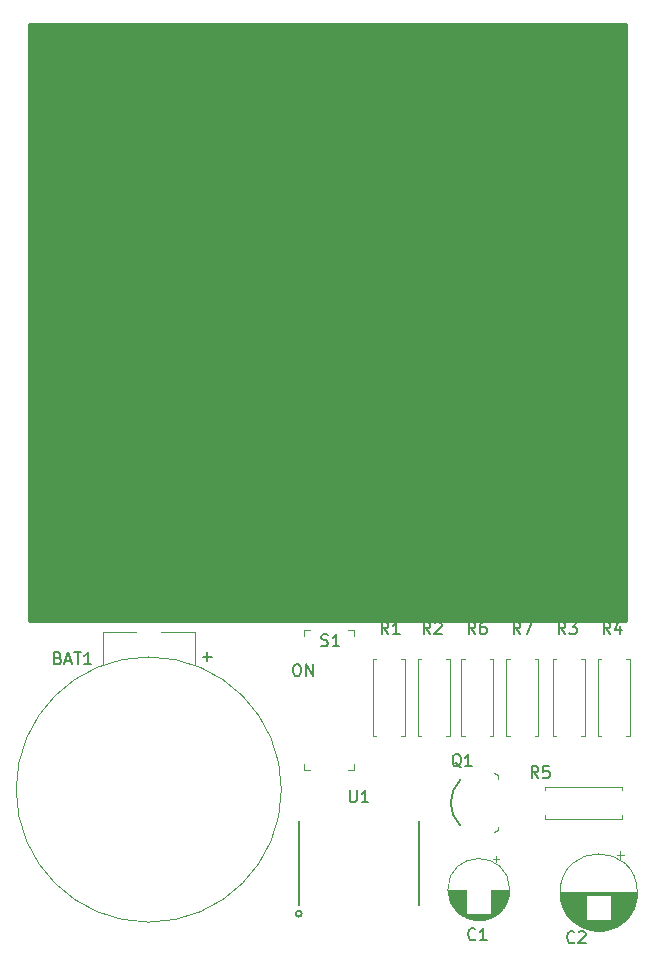
<source format=gto>
%TF.GenerationSoftware,KiCad,Pcbnew,(5.1.6)-1*%
%TF.CreationDate,2020-09-24T16:41:58+05:30*%
%TF.ProjectId,555_Badge,3535355f-4261-4646-9765-2e6b69636164,v01*%
%TF.SameCoordinates,Original*%
%TF.FileFunction,Legend,Top*%
%TF.FilePolarity,Positive*%
%FSLAX46Y46*%
G04 Gerber Fmt 4.6, Leading zero omitted, Abs format (unit mm)*
G04 Created by KiCad (PCBNEW (5.1.6)-1) date 2020-09-24 16:41:58*
%MOMM*%
%LPD*%
G01*
G04 APERTURE LIST*
%ADD10C,0.150000*%
%ADD11C,0.100000*%
%ADD12C,0.120000*%
%ADD13C,0.203200*%
%ADD14C,0.254000*%
G04 APERTURE END LIST*
D10*
X151272952Y-102576380D02*
X151463428Y-102576380D01*
X151558666Y-102624000D01*
X151653904Y-102719238D01*
X151701523Y-102909714D01*
X151701523Y-103243047D01*
X151653904Y-103433523D01*
X151558666Y-103528761D01*
X151463428Y-103576380D01*
X151272952Y-103576380D01*
X151177714Y-103528761D01*
X151082476Y-103433523D01*
X151034857Y-103243047D01*
X151034857Y-102909714D01*
X151082476Y-102719238D01*
X151177714Y-102624000D01*
X151272952Y-102576380D01*
X152130095Y-103576380D02*
X152130095Y-102576380D01*
X152701523Y-103576380D01*
X152701523Y-102576380D01*
X143383047Y-101925428D02*
X144144952Y-101925428D01*
X143764000Y-102306380D02*
X143764000Y-101544476D01*
D11*
%TO.C,BAT1*%
X142722600Y-99872800D02*
X139877800Y-99872800D01*
X134899400Y-99872800D02*
X137744200Y-99872800D01*
X142722600Y-102616000D02*
X142722600Y-99872800D01*
X134899400Y-102616000D02*
X134899400Y-99872800D01*
X150037800Y-113182400D02*
G75*
G03*
X150037800Y-113182400I-11226800J0D01*
G01*
D12*
%TO.C,C1*%
X169371000Y-121650000D02*
G75*
G03*
X169371000Y-121650000I-2620000J0D01*
G01*
X165711000Y-121650000D02*
X164171000Y-121650000D01*
X169331000Y-121650000D02*
X167791000Y-121650000D01*
X165711000Y-121690000D02*
X164171000Y-121690000D01*
X169331000Y-121690000D02*
X167791000Y-121690000D01*
X169330000Y-121730000D02*
X167791000Y-121730000D01*
X165711000Y-121730000D02*
X164172000Y-121730000D01*
X169329000Y-121770000D02*
X167791000Y-121770000D01*
X165711000Y-121770000D02*
X164173000Y-121770000D01*
X169327000Y-121810000D02*
X167791000Y-121810000D01*
X165711000Y-121810000D02*
X164175000Y-121810000D01*
X169324000Y-121850000D02*
X167791000Y-121850000D01*
X165711000Y-121850000D02*
X164178000Y-121850000D01*
X169320000Y-121890000D02*
X167791000Y-121890000D01*
X165711000Y-121890000D02*
X164182000Y-121890000D01*
X169316000Y-121930000D02*
X167791000Y-121930000D01*
X165711000Y-121930000D02*
X164186000Y-121930000D01*
X169312000Y-121970000D02*
X167791000Y-121970000D01*
X165711000Y-121970000D02*
X164190000Y-121970000D01*
X169307000Y-122010000D02*
X167791000Y-122010000D01*
X165711000Y-122010000D02*
X164195000Y-122010000D01*
X169301000Y-122050000D02*
X167791000Y-122050000D01*
X165711000Y-122050000D02*
X164201000Y-122050000D01*
X169294000Y-122090000D02*
X167791000Y-122090000D01*
X165711000Y-122090000D02*
X164208000Y-122090000D01*
X169287000Y-122130000D02*
X167791000Y-122130000D01*
X165711000Y-122130000D02*
X164215000Y-122130000D01*
X169279000Y-122170000D02*
X167791000Y-122170000D01*
X165711000Y-122170000D02*
X164223000Y-122170000D01*
X169271000Y-122210000D02*
X167791000Y-122210000D01*
X165711000Y-122210000D02*
X164231000Y-122210000D01*
X169262000Y-122250000D02*
X167791000Y-122250000D01*
X165711000Y-122250000D02*
X164240000Y-122250000D01*
X169252000Y-122290000D02*
X167791000Y-122290000D01*
X165711000Y-122290000D02*
X164250000Y-122290000D01*
X169242000Y-122330000D02*
X167791000Y-122330000D01*
X165711000Y-122330000D02*
X164260000Y-122330000D01*
X169231000Y-122371000D02*
X167791000Y-122371000D01*
X165711000Y-122371000D02*
X164271000Y-122371000D01*
X169219000Y-122411000D02*
X167791000Y-122411000D01*
X165711000Y-122411000D02*
X164283000Y-122411000D01*
X169206000Y-122451000D02*
X167791000Y-122451000D01*
X165711000Y-122451000D02*
X164296000Y-122451000D01*
X169193000Y-122491000D02*
X167791000Y-122491000D01*
X165711000Y-122491000D02*
X164309000Y-122491000D01*
X169179000Y-122531000D02*
X167791000Y-122531000D01*
X165711000Y-122531000D02*
X164323000Y-122531000D01*
X169165000Y-122571000D02*
X167791000Y-122571000D01*
X165711000Y-122571000D02*
X164337000Y-122571000D01*
X169149000Y-122611000D02*
X167791000Y-122611000D01*
X165711000Y-122611000D02*
X164353000Y-122611000D01*
X169133000Y-122651000D02*
X167791000Y-122651000D01*
X165711000Y-122651000D02*
X164369000Y-122651000D01*
X169116000Y-122691000D02*
X167791000Y-122691000D01*
X165711000Y-122691000D02*
X164386000Y-122691000D01*
X169099000Y-122731000D02*
X167791000Y-122731000D01*
X165711000Y-122731000D02*
X164403000Y-122731000D01*
X169080000Y-122771000D02*
X167791000Y-122771000D01*
X165711000Y-122771000D02*
X164422000Y-122771000D01*
X169061000Y-122811000D02*
X167791000Y-122811000D01*
X165711000Y-122811000D02*
X164441000Y-122811000D01*
X169041000Y-122851000D02*
X167791000Y-122851000D01*
X165711000Y-122851000D02*
X164461000Y-122851000D01*
X169019000Y-122891000D02*
X167791000Y-122891000D01*
X165711000Y-122891000D02*
X164483000Y-122891000D01*
X168998000Y-122931000D02*
X167791000Y-122931000D01*
X165711000Y-122931000D02*
X164504000Y-122931000D01*
X168975000Y-122971000D02*
X167791000Y-122971000D01*
X165711000Y-122971000D02*
X164527000Y-122971000D01*
X168951000Y-123011000D02*
X167791000Y-123011000D01*
X165711000Y-123011000D02*
X164551000Y-123011000D01*
X168926000Y-123051000D02*
X167791000Y-123051000D01*
X165711000Y-123051000D02*
X164576000Y-123051000D01*
X168900000Y-123091000D02*
X167791000Y-123091000D01*
X165711000Y-123091000D02*
X164602000Y-123091000D01*
X168873000Y-123131000D02*
X167791000Y-123131000D01*
X165711000Y-123131000D02*
X164629000Y-123131000D01*
X168846000Y-123171000D02*
X167791000Y-123171000D01*
X165711000Y-123171000D02*
X164656000Y-123171000D01*
X168816000Y-123211000D02*
X167791000Y-123211000D01*
X165711000Y-123211000D02*
X164686000Y-123211000D01*
X168786000Y-123251000D02*
X167791000Y-123251000D01*
X165711000Y-123251000D02*
X164716000Y-123251000D01*
X168755000Y-123291000D02*
X167791000Y-123291000D01*
X165711000Y-123291000D02*
X164747000Y-123291000D01*
X168722000Y-123331000D02*
X167791000Y-123331000D01*
X165711000Y-123331000D02*
X164780000Y-123331000D01*
X168688000Y-123371000D02*
X167791000Y-123371000D01*
X165711000Y-123371000D02*
X164814000Y-123371000D01*
X168652000Y-123411000D02*
X167791000Y-123411000D01*
X165711000Y-123411000D02*
X164850000Y-123411000D01*
X168615000Y-123451000D02*
X167791000Y-123451000D01*
X165711000Y-123451000D02*
X164887000Y-123451000D01*
X168577000Y-123491000D02*
X167791000Y-123491000D01*
X165711000Y-123491000D02*
X164925000Y-123491000D01*
X168536000Y-123531000D02*
X167791000Y-123531000D01*
X165711000Y-123531000D02*
X164966000Y-123531000D01*
X168494000Y-123571000D02*
X167791000Y-123571000D01*
X165711000Y-123571000D02*
X165008000Y-123571000D01*
X168450000Y-123611000D02*
X167791000Y-123611000D01*
X165711000Y-123611000D02*
X165052000Y-123611000D01*
X168404000Y-123651000D02*
X167791000Y-123651000D01*
X165711000Y-123651000D02*
X165098000Y-123651000D01*
X168356000Y-123691000D02*
X165146000Y-123691000D01*
X168305000Y-123731000D02*
X165197000Y-123731000D01*
X168251000Y-123771000D02*
X165251000Y-123771000D01*
X168194000Y-123811000D02*
X165308000Y-123811000D01*
X168134000Y-123851000D02*
X165368000Y-123851000D01*
X168070000Y-123891000D02*
X165432000Y-123891000D01*
X168002000Y-123931000D02*
X165500000Y-123931000D01*
X167929000Y-123971000D02*
X165573000Y-123971000D01*
X167849000Y-124011000D02*
X165653000Y-124011000D01*
X167762000Y-124051000D02*
X165740000Y-124051000D01*
X167666000Y-124091000D02*
X165836000Y-124091000D01*
X167556000Y-124131000D02*
X165946000Y-124131000D01*
X167428000Y-124171000D02*
X166074000Y-124171000D01*
X167269000Y-124211000D02*
X166233000Y-124211000D01*
X167035000Y-124251000D02*
X166467000Y-124251000D01*
X168226000Y-118845225D02*
X168226000Y-119345225D01*
X168476000Y-119095225D02*
X167976000Y-119095225D01*
%TO.C,C2*%
X180181000Y-121900000D02*
G75*
G03*
X180181000Y-121900000I-3270000J0D01*
G01*
X180141000Y-121900000D02*
X173681000Y-121900000D01*
X180141000Y-121940000D02*
X173681000Y-121940000D01*
X180141000Y-121980000D02*
X173681000Y-121980000D01*
X180139000Y-122020000D02*
X173683000Y-122020000D01*
X180138000Y-122060000D02*
X173684000Y-122060000D01*
X180135000Y-122100000D02*
X173687000Y-122100000D01*
X180133000Y-122140000D02*
X177951000Y-122140000D01*
X175871000Y-122140000D02*
X173689000Y-122140000D01*
X180129000Y-122180000D02*
X177951000Y-122180000D01*
X175871000Y-122180000D02*
X173693000Y-122180000D01*
X180126000Y-122220000D02*
X177951000Y-122220000D01*
X175871000Y-122220000D02*
X173696000Y-122220000D01*
X180122000Y-122260000D02*
X177951000Y-122260000D01*
X175871000Y-122260000D02*
X173700000Y-122260000D01*
X180117000Y-122300000D02*
X177951000Y-122300000D01*
X175871000Y-122300000D02*
X173705000Y-122300000D01*
X180112000Y-122340000D02*
X177951000Y-122340000D01*
X175871000Y-122340000D02*
X173710000Y-122340000D01*
X180106000Y-122380000D02*
X177951000Y-122380000D01*
X175871000Y-122380000D02*
X173716000Y-122380000D01*
X180100000Y-122420000D02*
X177951000Y-122420000D01*
X175871000Y-122420000D02*
X173722000Y-122420000D01*
X180093000Y-122460000D02*
X177951000Y-122460000D01*
X175871000Y-122460000D02*
X173729000Y-122460000D01*
X180086000Y-122500000D02*
X177951000Y-122500000D01*
X175871000Y-122500000D02*
X173736000Y-122500000D01*
X180078000Y-122540000D02*
X177951000Y-122540000D01*
X175871000Y-122540000D02*
X173744000Y-122540000D01*
X180070000Y-122580000D02*
X177951000Y-122580000D01*
X175871000Y-122580000D02*
X173752000Y-122580000D01*
X180061000Y-122621000D02*
X177951000Y-122621000D01*
X175871000Y-122621000D02*
X173761000Y-122621000D01*
X180052000Y-122661000D02*
X177951000Y-122661000D01*
X175871000Y-122661000D02*
X173770000Y-122661000D01*
X180042000Y-122701000D02*
X177951000Y-122701000D01*
X175871000Y-122701000D02*
X173780000Y-122701000D01*
X180032000Y-122741000D02*
X177951000Y-122741000D01*
X175871000Y-122741000D02*
X173790000Y-122741000D01*
X180021000Y-122781000D02*
X177951000Y-122781000D01*
X175871000Y-122781000D02*
X173801000Y-122781000D01*
X180009000Y-122821000D02*
X177951000Y-122821000D01*
X175871000Y-122821000D02*
X173813000Y-122821000D01*
X179997000Y-122861000D02*
X177951000Y-122861000D01*
X175871000Y-122861000D02*
X173825000Y-122861000D01*
X179985000Y-122901000D02*
X177951000Y-122901000D01*
X175871000Y-122901000D02*
X173837000Y-122901000D01*
X179972000Y-122941000D02*
X177951000Y-122941000D01*
X175871000Y-122941000D02*
X173850000Y-122941000D01*
X179958000Y-122981000D02*
X177951000Y-122981000D01*
X175871000Y-122981000D02*
X173864000Y-122981000D01*
X179944000Y-123021000D02*
X177951000Y-123021000D01*
X175871000Y-123021000D02*
X173878000Y-123021000D01*
X179929000Y-123061000D02*
X177951000Y-123061000D01*
X175871000Y-123061000D02*
X173893000Y-123061000D01*
X179913000Y-123101000D02*
X177951000Y-123101000D01*
X175871000Y-123101000D02*
X173909000Y-123101000D01*
X179897000Y-123141000D02*
X177951000Y-123141000D01*
X175871000Y-123141000D02*
X173925000Y-123141000D01*
X179881000Y-123181000D02*
X177951000Y-123181000D01*
X175871000Y-123181000D02*
X173941000Y-123181000D01*
X179863000Y-123221000D02*
X177951000Y-123221000D01*
X175871000Y-123221000D02*
X173959000Y-123221000D01*
X179845000Y-123261000D02*
X177951000Y-123261000D01*
X175871000Y-123261000D02*
X173977000Y-123261000D01*
X179827000Y-123301000D02*
X177951000Y-123301000D01*
X175871000Y-123301000D02*
X173995000Y-123301000D01*
X179807000Y-123341000D02*
X177951000Y-123341000D01*
X175871000Y-123341000D02*
X174015000Y-123341000D01*
X179787000Y-123381000D02*
X177951000Y-123381000D01*
X175871000Y-123381000D02*
X174035000Y-123381000D01*
X179767000Y-123421000D02*
X177951000Y-123421000D01*
X175871000Y-123421000D02*
X174055000Y-123421000D01*
X179745000Y-123461000D02*
X177951000Y-123461000D01*
X175871000Y-123461000D02*
X174077000Y-123461000D01*
X179723000Y-123501000D02*
X177951000Y-123501000D01*
X175871000Y-123501000D02*
X174099000Y-123501000D01*
X179701000Y-123541000D02*
X177951000Y-123541000D01*
X175871000Y-123541000D02*
X174121000Y-123541000D01*
X179677000Y-123581000D02*
X177951000Y-123581000D01*
X175871000Y-123581000D02*
X174145000Y-123581000D01*
X179653000Y-123621000D02*
X177951000Y-123621000D01*
X175871000Y-123621000D02*
X174169000Y-123621000D01*
X179627000Y-123661000D02*
X177951000Y-123661000D01*
X175871000Y-123661000D02*
X174195000Y-123661000D01*
X179601000Y-123701000D02*
X177951000Y-123701000D01*
X175871000Y-123701000D02*
X174221000Y-123701000D01*
X179575000Y-123741000D02*
X177951000Y-123741000D01*
X175871000Y-123741000D02*
X174247000Y-123741000D01*
X179547000Y-123781000D02*
X177951000Y-123781000D01*
X175871000Y-123781000D02*
X174275000Y-123781000D01*
X179518000Y-123821000D02*
X177951000Y-123821000D01*
X175871000Y-123821000D02*
X174304000Y-123821000D01*
X179489000Y-123861000D02*
X177951000Y-123861000D01*
X175871000Y-123861000D02*
X174333000Y-123861000D01*
X179459000Y-123901000D02*
X177951000Y-123901000D01*
X175871000Y-123901000D02*
X174363000Y-123901000D01*
X179427000Y-123941000D02*
X177951000Y-123941000D01*
X175871000Y-123941000D02*
X174395000Y-123941000D01*
X179395000Y-123981000D02*
X177951000Y-123981000D01*
X175871000Y-123981000D02*
X174427000Y-123981000D01*
X179361000Y-124021000D02*
X177951000Y-124021000D01*
X175871000Y-124021000D02*
X174461000Y-124021000D01*
X179327000Y-124061000D02*
X177951000Y-124061000D01*
X175871000Y-124061000D02*
X174495000Y-124061000D01*
X179291000Y-124101000D02*
X177951000Y-124101000D01*
X175871000Y-124101000D02*
X174531000Y-124101000D01*
X179254000Y-124141000D02*
X177951000Y-124141000D01*
X175871000Y-124141000D02*
X174568000Y-124141000D01*
X179216000Y-124181000D02*
X177951000Y-124181000D01*
X175871000Y-124181000D02*
X174606000Y-124181000D01*
X179176000Y-124221000D02*
X174646000Y-124221000D01*
X179135000Y-124261000D02*
X174687000Y-124261000D01*
X179093000Y-124301000D02*
X174729000Y-124301000D01*
X179048000Y-124341000D02*
X174774000Y-124341000D01*
X179003000Y-124381000D02*
X174819000Y-124381000D01*
X178955000Y-124421000D02*
X174867000Y-124421000D01*
X178906000Y-124461000D02*
X174916000Y-124461000D01*
X178855000Y-124501000D02*
X174967000Y-124501000D01*
X178801000Y-124541000D02*
X175021000Y-124541000D01*
X178745000Y-124581000D02*
X175077000Y-124581000D01*
X178687000Y-124621000D02*
X175135000Y-124621000D01*
X178625000Y-124661000D02*
X175197000Y-124661000D01*
X178561000Y-124701000D02*
X175261000Y-124701000D01*
X178492000Y-124741000D02*
X175330000Y-124741000D01*
X178420000Y-124781000D02*
X175402000Y-124781000D01*
X178343000Y-124821000D02*
X175479000Y-124821000D01*
X178261000Y-124861000D02*
X175561000Y-124861000D01*
X178173000Y-124901000D02*
X175649000Y-124901000D01*
X178076000Y-124941000D02*
X175746000Y-124941000D01*
X177970000Y-124981000D02*
X175852000Y-124981000D01*
X177851000Y-125021000D02*
X175971000Y-125021000D01*
X177713000Y-125061000D02*
X176109000Y-125061000D01*
X177544000Y-125101000D02*
X176278000Y-125101000D01*
X177313000Y-125141000D02*
X176509000Y-125141000D01*
X178750000Y-118399759D02*
X178750000Y-119029759D01*
X179065000Y-118714759D02*
X178435000Y-118714759D01*
%TO.C,D1*%
X146338000Y-75220000D02*
X146494000Y-75220000D01*
X148654000Y-75220000D02*
X148810000Y-75220000D01*
X148653837Y-72618870D02*
G75*
G02*
X148654000Y-74700961I-1079837J-1041130D01*
G01*
X146494163Y-72618870D02*
G75*
G03*
X146494000Y-74700961I1079837J-1041130D01*
G01*
X148652608Y-71987665D02*
G75*
G02*
X148809516Y-75220000I-1078608J-1672335D01*
G01*
X146495392Y-71987665D02*
G75*
G03*
X146338484Y-75220000I1078608J-1672335D01*
G01*
%TO.C,D2*%
X159038000Y-75220000D02*
X159194000Y-75220000D01*
X161354000Y-75220000D02*
X161510000Y-75220000D01*
X161353837Y-72618870D02*
G75*
G02*
X161354000Y-74700961I-1079837J-1041130D01*
G01*
X159194163Y-72618870D02*
G75*
G03*
X159194000Y-74700961I1079837J-1041130D01*
G01*
X161352608Y-71987665D02*
G75*
G02*
X161509516Y-75220000I-1078608J-1672335D01*
G01*
X159195392Y-71987665D02*
G75*
G03*
X159038484Y-75220000I1078608J-1672335D01*
G01*
D11*
%TO.C,Q1*%
X168351000Y-116650000D02*
X168051000Y-116800000D01*
X168351000Y-116350000D02*
X168351000Y-116650000D01*
X168351000Y-111950000D02*
X168351000Y-112250000D01*
X168351000Y-111950000D02*
X168051000Y-111800000D01*
D10*
X165201000Y-112350000D02*
G75*
G03*
X165151000Y-116200000I1900000J-1950000D01*
G01*
D12*
%TO.C,R1*%
X157761000Y-108680000D02*
X158091000Y-108680000D01*
X157761000Y-102140000D02*
X157761000Y-108680000D01*
X158091000Y-102140000D02*
X157761000Y-102140000D01*
X160501000Y-108680000D02*
X160171000Y-108680000D01*
X160501000Y-102140000D02*
X160501000Y-108680000D01*
X160171000Y-102140000D02*
X160501000Y-102140000D01*
%TO.C,R2*%
X164311000Y-102140000D02*
X163981000Y-102140000D01*
X164311000Y-108680000D02*
X164311000Y-102140000D01*
X163981000Y-108680000D02*
X164311000Y-108680000D01*
X161571000Y-102140000D02*
X161901000Y-102140000D01*
X161571000Y-108680000D02*
X161571000Y-102140000D01*
X161901000Y-108680000D02*
X161571000Y-108680000D01*
%TO.C,R3*%
X175741000Y-102140000D02*
X175411000Y-102140000D01*
X175741000Y-108680000D02*
X175741000Y-102140000D01*
X175411000Y-108680000D02*
X175741000Y-108680000D01*
X173001000Y-102140000D02*
X173331000Y-102140000D01*
X173001000Y-108680000D02*
X173001000Y-102140000D01*
X173331000Y-108680000D02*
X173001000Y-108680000D01*
%TO.C,R4*%
X179221000Y-102140000D02*
X179551000Y-102140000D01*
X179551000Y-102140000D02*
X179551000Y-108680000D01*
X179551000Y-108680000D02*
X179221000Y-108680000D01*
X177141000Y-102140000D02*
X176811000Y-102140000D01*
X176811000Y-102140000D02*
X176811000Y-108680000D01*
X176811000Y-108680000D02*
X177141000Y-108680000D01*
%TO.C,R5*%
X178911000Y-115670000D02*
X178911000Y-115340000D01*
X172371000Y-115670000D02*
X178911000Y-115670000D01*
X172371000Y-115340000D02*
X172371000Y-115670000D01*
X178911000Y-112930000D02*
X178911000Y-113260000D01*
X172371000Y-112930000D02*
X178911000Y-112930000D01*
X172371000Y-113260000D02*
X172371000Y-112930000D01*
%TO.C,R6*%
X165584000Y-108680000D02*
X165254000Y-108680000D01*
X165254000Y-108680000D02*
X165254000Y-102140000D01*
X165254000Y-102140000D02*
X165584000Y-102140000D01*
X167664000Y-108680000D02*
X167994000Y-108680000D01*
X167994000Y-108680000D02*
X167994000Y-102140000D01*
X167994000Y-102140000D02*
X167664000Y-102140000D01*
%TO.C,R7*%
X171804000Y-102140000D02*
X171474000Y-102140000D01*
X171804000Y-108680000D02*
X171804000Y-102140000D01*
X171474000Y-108680000D02*
X171804000Y-108680000D01*
X169064000Y-102140000D02*
X169394000Y-102140000D01*
X169064000Y-108680000D02*
X169064000Y-102140000D01*
X169394000Y-108680000D02*
X169064000Y-108680000D01*
D11*
%TO.C,S1*%
X151951000Y-99650000D02*
X151951000Y-100150000D01*
X151951000Y-99650000D02*
X152451000Y-99650000D01*
X151951000Y-111550000D02*
X152451000Y-111550000D01*
X151951000Y-111550000D02*
X151951000Y-111050000D01*
X156151000Y-111550000D02*
X155651000Y-111550000D01*
X156151000Y-111550000D02*
X156151000Y-111050000D01*
X156151000Y-99650000D02*
X155651000Y-99650000D01*
X156151000Y-99650000D02*
X156151000Y-100150000D01*
D13*
%TO.C,U1*%
X151511000Y-115824000D02*
X151511000Y-122936000D01*
X161671000Y-115824000D02*
X161671000Y-122936000D01*
X151765000Y-123698000D02*
G75*
G03*
X151765000Y-123698000I-254000J0D01*
G01*
%TO.C,BAT1*%
D10*
X131119714Y-102036571D02*
X131262571Y-102084190D01*
X131310190Y-102131809D01*
X131357809Y-102227047D01*
X131357809Y-102369904D01*
X131310190Y-102465142D01*
X131262571Y-102512761D01*
X131167333Y-102560380D01*
X130786380Y-102560380D01*
X130786380Y-101560380D01*
X131119714Y-101560380D01*
X131214952Y-101608000D01*
X131262571Y-101655619D01*
X131310190Y-101750857D01*
X131310190Y-101846095D01*
X131262571Y-101941333D01*
X131214952Y-101988952D01*
X131119714Y-102036571D01*
X130786380Y-102036571D01*
X131738761Y-102274666D02*
X132214952Y-102274666D01*
X131643523Y-102560380D02*
X131976857Y-101560380D01*
X132310190Y-102560380D01*
X132500666Y-101560380D02*
X133072095Y-101560380D01*
X132786380Y-102560380D02*
X132786380Y-101560380D01*
X133929238Y-102560380D02*
X133357809Y-102560380D01*
X133643523Y-102560380D02*
X133643523Y-101560380D01*
X133548285Y-101703238D01*
X133453047Y-101798476D01*
X133357809Y-101846095D01*
%TO.C,C1*%
X166457333Y-125833142D02*
X166409714Y-125880761D01*
X166266857Y-125928380D01*
X166171619Y-125928380D01*
X166028761Y-125880761D01*
X165933523Y-125785523D01*
X165885904Y-125690285D01*
X165838285Y-125499809D01*
X165838285Y-125356952D01*
X165885904Y-125166476D01*
X165933523Y-125071238D01*
X166028761Y-124976000D01*
X166171619Y-124928380D01*
X166266857Y-124928380D01*
X166409714Y-124976000D01*
X166457333Y-125023619D01*
X167409714Y-125928380D02*
X166838285Y-125928380D01*
X167124000Y-125928380D02*
X167124000Y-124928380D01*
X167028761Y-125071238D01*
X166933523Y-125166476D01*
X166838285Y-125214095D01*
%TO.C,C2*%
X174839333Y-126087142D02*
X174791714Y-126134761D01*
X174648857Y-126182380D01*
X174553619Y-126182380D01*
X174410761Y-126134761D01*
X174315523Y-126039523D01*
X174267904Y-125944285D01*
X174220285Y-125753809D01*
X174220285Y-125610952D01*
X174267904Y-125420476D01*
X174315523Y-125325238D01*
X174410761Y-125230000D01*
X174553619Y-125182380D01*
X174648857Y-125182380D01*
X174791714Y-125230000D01*
X174839333Y-125277619D01*
X175220285Y-125277619D02*
X175267904Y-125230000D01*
X175363142Y-125182380D01*
X175601238Y-125182380D01*
X175696476Y-125230000D01*
X175744095Y-125277619D01*
X175791714Y-125372857D01*
X175791714Y-125468095D01*
X175744095Y-125610952D01*
X175172666Y-126182380D01*
X175791714Y-126182380D01*
%TO.C,D1*%
X145066380Y-74398095D02*
X144066380Y-74398095D01*
X144066380Y-74160000D01*
X144114000Y-74017142D01*
X144209238Y-73921904D01*
X144304476Y-73874285D01*
X144494952Y-73826666D01*
X144637809Y-73826666D01*
X144828285Y-73874285D01*
X144923523Y-73921904D01*
X145018761Y-74017142D01*
X145066380Y-74160000D01*
X145066380Y-74398095D01*
X145066380Y-72874285D02*
X145066380Y-73445714D01*
X145066380Y-73160000D02*
X144066380Y-73160000D01*
X144209238Y-73255238D01*
X144304476Y-73350476D01*
X144352095Y-73445714D01*
%TO.C,D2*%
X157766380Y-74398095D02*
X156766380Y-74398095D01*
X156766380Y-74160000D01*
X156814000Y-74017142D01*
X156909238Y-73921904D01*
X157004476Y-73874285D01*
X157194952Y-73826666D01*
X157337809Y-73826666D01*
X157528285Y-73874285D01*
X157623523Y-73921904D01*
X157718761Y-74017142D01*
X157766380Y-74160000D01*
X157766380Y-74398095D01*
X156861619Y-73445714D02*
X156814000Y-73398095D01*
X156766380Y-73302857D01*
X156766380Y-73064761D01*
X156814000Y-72969523D01*
X156861619Y-72921904D01*
X156956857Y-72874285D01*
X157052095Y-72874285D01*
X157194952Y-72921904D01*
X157766380Y-73493333D01*
X157766380Y-72874285D01*
%TO.C,Q1*%
X165258761Y-111291619D02*
X165163523Y-111244000D01*
X165068285Y-111148761D01*
X164925428Y-111005904D01*
X164830190Y-110958285D01*
X164734952Y-110958285D01*
X164782571Y-111196380D02*
X164687333Y-111148761D01*
X164592095Y-111053523D01*
X164544476Y-110863047D01*
X164544476Y-110529714D01*
X164592095Y-110339238D01*
X164687333Y-110244000D01*
X164782571Y-110196380D01*
X164973047Y-110196380D01*
X165068285Y-110244000D01*
X165163523Y-110339238D01*
X165211142Y-110529714D01*
X165211142Y-110863047D01*
X165163523Y-111053523D01*
X165068285Y-111148761D01*
X164973047Y-111196380D01*
X164782571Y-111196380D01*
X166163523Y-111196380D02*
X165592095Y-111196380D01*
X165877809Y-111196380D02*
X165877809Y-110196380D01*
X165782571Y-110339238D01*
X165687333Y-110434476D01*
X165592095Y-110482095D01*
%TO.C,R1*%
X159091333Y-100020380D02*
X158758000Y-99544190D01*
X158519904Y-100020380D02*
X158519904Y-99020380D01*
X158900857Y-99020380D01*
X158996095Y-99068000D01*
X159043714Y-99115619D01*
X159091333Y-99210857D01*
X159091333Y-99353714D01*
X159043714Y-99448952D01*
X158996095Y-99496571D01*
X158900857Y-99544190D01*
X158519904Y-99544190D01*
X160043714Y-100020380D02*
X159472285Y-100020380D01*
X159758000Y-100020380D02*
X159758000Y-99020380D01*
X159662761Y-99163238D01*
X159567523Y-99258476D01*
X159472285Y-99306095D01*
%TO.C,R2*%
X162647333Y-100020380D02*
X162314000Y-99544190D01*
X162075904Y-100020380D02*
X162075904Y-99020380D01*
X162456857Y-99020380D01*
X162552095Y-99068000D01*
X162599714Y-99115619D01*
X162647333Y-99210857D01*
X162647333Y-99353714D01*
X162599714Y-99448952D01*
X162552095Y-99496571D01*
X162456857Y-99544190D01*
X162075904Y-99544190D01*
X163028285Y-99115619D02*
X163075904Y-99068000D01*
X163171142Y-99020380D01*
X163409238Y-99020380D01*
X163504476Y-99068000D01*
X163552095Y-99115619D01*
X163599714Y-99210857D01*
X163599714Y-99306095D01*
X163552095Y-99448952D01*
X162980666Y-100020380D01*
X163599714Y-100020380D01*
%TO.C,R3*%
X174077333Y-100020380D02*
X173744000Y-99544190D01*
X173505904Y-100020380D02*
X173505904Y-99020380D01*
X173886857Y-99020380D01*
X173982095Y-99068000D01*
X174029714Y-99115619D01*
X174077333Y-99210857D01*
X174077333Y-99353714D01*
X174029714Y-99448952D01*
X173982095Y-99496571D01*
X173886857Y-99544190D01*
X173505904Y-99544190D01*
X174410666Y-99020380D02*
X175029714Y-99020380D01*
X174696380Y-99401333D01*
X174839238Y-99401333D01*
X174934476Y-99448952D01*
X174982095Y-99496571D01*
X175029714Y-99591809D01*
X175029714Y-99829904D01*
X174982095Y-99925142D01*
X174934476Y-99972761D01*
X174839238Y-100020380D01*
X174553523Y-100020380D01*
X174458285Y-99972761D01*
X174410666Y-99925142D01*
%TO.C,R4*%
X177887333Y-100020380D02*
X177554000Y-99544190D01*
X177315904Y-100020380D02*
X177315904Y-99020380D01*
X177696857Y-99020380D01*
X177792095Y-99068000D01*
X177839714Y-99115619D01*
X177887333Y-99210857D01*
X177887333Y-99353714D01*
X177839714Y-99448952D01*
X177792095Y-99496571D01*
X177696857Y-99544190D01*
X177315904Y-99544190D01*
X178744476Y-99353714D02*
X178744476Y-100020380D01*
X178506380Y-98972761D02*
X178268285Y-99687047D01*
X178887333Y-99687047D01*
%TO.C,R5*%
X171791333Y-112212380D02*
X171458000Y-111736190D01*
X171219904Y-112212380D02*
X171219904Y-111212380D01*
X171600857Y-111212380D01*
X171696095Y-111260000D01*
X171743714Y-111307619D01*
X171791333Y-111402857D01*
X171791333Y-111545714D01*
X171743714Y-111640952D01*
X171696095Y-111688571D01*
X171600857Y-111736190D01*
X171219904Y-111736190D01*
X172696095Y-111212380D02*
X172219904Y-111212380D01*
X172172285Y-111688571D01*
X172219904Y-111640952D01*
X172315142Y-111593333D01*
X172553238Y-111593333D01*
X172648476Y-111640952D01*
X172696095Y-111688571D01*
X172743714Y-111783809D01*
X172743714Y-112021904D01*
X172696095Y-112117142D01*
X172648476Y-112164761D01*
X172553238Y-112212380D01*
X172315142Y-112212380D01*
X172219904Y-112164761D01*
X172172285Y-112117142D01*
%TO.C,R6*%
X166457333Y-100020380D02*
X166124000Y-99544190D01*
X165885904Y-100020380D02*
X165885904Y-99020380D01*
X166266857Y-99020380D01*
X166362095Y-99068000D01*
X166409714Y-99115619D01*
X166457333Y-99210857D01*
X166457333Y-99353714D01*
X166409714Y-99448952D01*
X166362095Y-99496571D01*
X166266857Y-99544190D01*
X165885904Y-99544190D01*
X167314476Y-99020380D02*
X167124000Y-99020380D01*
X167028761Y-99068000D01*
X166981142Y-99115619D01*
X166885904Y-99258476D01*
X166838285Y-99448952D01*
X166838285Y-99829904D01*
X166885904Y-99925142D01*
X166933523Y-99972761D01*
X167028761Y-100020380D01*
X167219238Y-100020380D01*
X167314476Y-99972761D01*
X167362095Y-99925142D01*
X167409714Y-99829904D01*
X167409714Y-99591809D01*
X167362095Y-99496571D01*
X167314476Y-99448952D01*
X167219238Y-99401333D01*
X167028761Y-99401333D01*
X166933523Y-99448952D01*
X166885904Y-99496571D01*
X166838285Y-99591809D01*
%TO.C,R7*%
X170267333Y-100020380D02*
X169934000Y-99544190D01*
X169695904Y-100020380D02*
X169695904Y-99020380D01*
X170076857Y-99020380D01*
X170172095Y-99068000D01*
X170219714Y-99115619D01*
X170267333Y-99210857D01*
X170267333Y-99353714D01*
X170219714Y-99448952D01*
X170172095Y-99496571D01*
X170076857Y-99544190D01*
X169695904Y-99544190D01*
X170600666Y-99020380D02*
X171267333Y-99020380D01*
X170838761Y-100020380D01*
%TO.C,S1*%
X153416095Y-100988761D02*
X153558952Y-101036380D01*
X153797047Y-101036380D01*
X153892285Y-100988761D01*
X153939904Y-100941142D01*
X153987523Y-100845904D01*
X153987523Y-100750666D01*
X153939904Y-100655428D01*
X153892285Y-100607809D01*
X153797047Y-100560190D01*
X153606571Y-100512571D01*
X153511333Y-100464952D01*
X153463714Y-100417333D01*
X153416095Y-100322095D01*
X153416095Y-100226857D01*
X153463714Y-100131619D01*
X153511333Y-100084000D01*
X153606571Y-100036380D01*
X153844666Y-100036380D01*
X153987523Y-100084000D01*
X154939904Y-101036380D02*
X154368476Y-101036380D01*
X154654190Y-101036380D02*
X154654190Y-100036380D01*
X154558952Y-100179238D01*
X154463714Y-100274476D01*
X154368476Y-100322095D01*
%TO.C,U1*%
X155829095Y-113244380D02*
X155829095Y-114053904D01*
X155876714Y-114149142D01*
X155924333Y-114196761D01*
X156019571Y-114244380D01*
X156210047Y-114244380D01*
X156305285Y-114196761D01*
X156352904Y-114149142D01*
X156400523Y-114053904D01*
X156400523Y-113244380D01*
X157400523Y-114244380D02*
X156829095Y-114244380D01*
X157114809Y-114244380D02*
X157114809Y-113244380D01*
X157019571Y-113387238D01*
X156924333Y-113482476D01*
X156829095Y-113530095D01*
%TD*%
D14*
G36*
X179197000Y-98933000D02*
G01*
X128651000Y-98933000D01*
X128651000Y-48387000D01*
X179197000Y-48387000D01*
X179197000Y-98933000D01*
G37*
X179197000Y-98933000D02*
X128651000Y-98933000D01*
X128651000Y-48387000D01*
X179197000Y-48387000D01*
X179197000Y-98933000D01*
M02*

</source>
